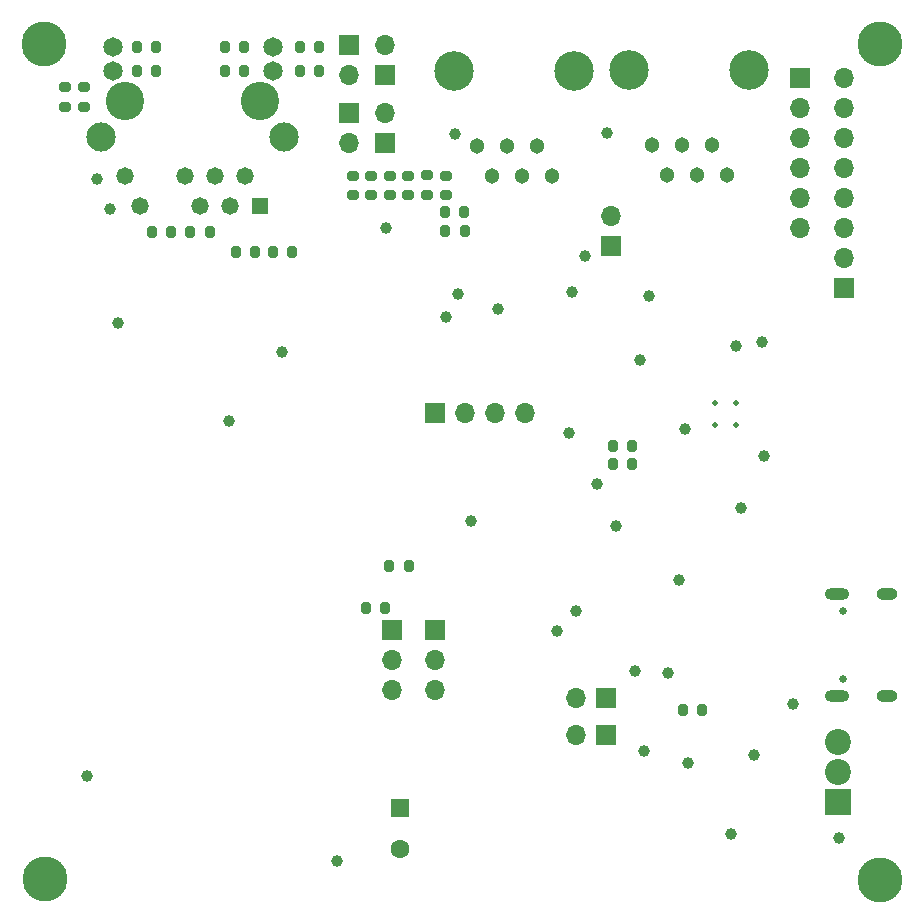
<source format=gbr>
%TF.GenerationSoftware,KiCad,Pcbnew,(6.0.9)*%
%TF.CreationDate,2023-01-10T10:00:19+01:00*%
%TF.ProjectId,P1_shield_board,50315f73-6869-4656-9c64-5f626f617264,V1.0*%
%TF.SameCoordinates,Original*%
%TF.FileFunction,Soldermask,Bot*%
%TF.FilePolarity,Negative*%
%FSLAX46Y46*%
G04 Gerber Fmt 4.6, Leading zero omitted, Abs format (unit mm)*
G04 Created by KiCad (PCBNEW (6.0.9)) date 2023-01-10 10:00:19*
%MOMM*%
%LPD*%
G01*
G04 APERTURE LIST*
G04 Aperture macros list*
%AMRoundRect*
0 Rectangle with rounded corners*
0 $1 Rounding radius*
0 $2 $3 $4 $5 $6 $7 $8 $9 X,Y pos of 4 corners*
0 Add a 4 corners polygon primitive as box body*
4,1,4,$2,$3,$4,$5,$6,$7,$8,$9,$2,$3,0*
0 Add four circle primitives for the rounded corners*
1,1,$1+$1,$2,$3*
1,1,$1+$1,$4,$5*
1,1,$1+$1,$6,$7*
1,1,$1+$1,$8,$9*
0 Add four rect primitives between the rounded corners*
20,1,$1+$1,$2,$3,$4,$5,0*
20,1,$1+$1,$4,$5,$6,$7,0*
20,1,$1+$1,$6,$7,$8,$9,0*
20,1,$1+$1,$8,$9,$2,$3,0*%
G04 Aperture macros list end*
%ADD10R,2.200000X2.200000*%
%ADD11C,2.200000*%
%ADD12R,1.700000X1.700000*%
%ADD13O,1.700000X1.700000*%
%ADD14R,1.600000X1.600000*%
%ADD15C,1.600000*%
%ADD16C,3.800000*%
%ADD17C,0.660400*%
%ADD18O,1.800000X1.000000*%
%ADD19O,2.100000X1.000000*%
%ADD20C,0.500000*%
%ADD21C,3.250000*%
%ADD22R,1.478000X1.478000*%
%ADD23C,1.478000*%
%ADD24C,1.650000*%
%ADD25C,2.475000*%
%ADD26C,3.350000*%
%ADD27C,1.303000*%
%ADD28C,1.000000*%
%ADD29RoundRect,0.200000X0.200000X0.275000X-0.200000X0.275000X-0.200000X-0.275000X0.200000X-0.275000X0*%
%ADD30RoundRect,0.200000X0.275000X-0.200000X0.275000X0.200000X-0.275000X0.200000X-0.275000X-0.200000X0*%
%ADD31RoundRect,0.200000X-0.275000X0.200000X-0.275000X-0.200000X0.275000X-0.200000X0.275000X0.200000X0*%
%ADD32RoundRect,0.200000X-0.200000X-0.275000X0.200000X-0.275000X0.200000X0.275000X-0.200000X0.275000X0*%
G04 APERTURE END LIST*
D10*
%TO.C,J10*%
X128778000Y-88849200D03*
D11*
X128778000Y-86309200D03*
X128778000Y-83769200D03*
%TD*%
D12*
%TO.C,JP8*%
X109072600Y-80086200D03*
D13*
X106532600Y-80086200D03*
%TD*%
D14*
%TO.C,C38*%
X91668600Y-89380949D03*
D15*
X91668600Y-92880949D03*
%TD*%
D12*
%TO.C,J7*%
X125577600Y-27609800D03*
D13*
X125577600Y-30149800D03*
X125577600Y-32689800D03*
X125577600Y-35229800D03*
X125577600Y-37769800D03*
X125577600Y-40309800D03*
%TD*%
D12*
%TO.C,JP7*%
X109072600Y-83235800D03*
D13*
X106532600Y-83235800D03*
%TD*%
D12*
%TO.C,J11*%
X90957400Y-74310000D03*
D13*
X90957400Y-76850000D03*
X90957400Y-79390000D03*
%TD*%
D12*
%TO.C,J12*%
X94665800Y-74310000D03*
D13*
X94665800Y-76850000D03*
X94665800Y-79390000D03*
%TD*%
D16*
%TO.C,H3*%
X61569600Y-24739600D03*
%TD*%
D17*
%TO.C,J2*%
X129211999Y-78480399D03*
X129211999Y-72700401D03*
D18*
X132892000Y-79910402D03*
X132892000Y-71270398D03*
D19*
X128712000Y-79910402D03*
X128712000Y-71270398D03*
%TD*%
D16*
%TO.C,H1*%
X132283200Y-95453200D03*
%TD*%
D20*
%TO.C,U3*%
X118305300Y-55143400D03*
X120142000Y-56972200D03*
X120140300Y-55143400D03*
X118307000Y-56972200D03*
%TD*%
D12*
%TO.C,JP3*%
X90398600Y-27360800D03*
D13*
X90398600Y-24820800D03*
%TD*%
D12*
%TO.C,JP9*%
X109575600Y-41788000D03*
D13*
X109575600Y-39248000D03*
%TD*%
D16*
%TO.C,H2*%
X132283200Y-24739600D03*
%TD*%
D21*
%TO.C,J1*%
X68402200Y-29514800D03*
X79832200Y-29514800D03*
D22*
X79832200Y-38404800D03*
D23*
X78562200Y-35864800D03*
X77292200Y-38404800D03*
X76022200Y-35864800D03*
X74752200Y-38404800D03*
X73482200Y-35864800D03*
X69672200Y-38404800D03*
X68402200Y-35864800D03*
D24*
X80897200Y-26974800D03*
X80897200Y-24944800D03*
X67337200Y-26974800D03*
X67337200Y-24944800D03*
D25*
X81862200Y-32564800D03*
X66372200Y-32564800D03*
%TD*%
D26*
%TO.C,J3*%
X111074200Y-26947000D03*
X121234200Y-26947000D03*
D27*
X119329200Y-35837000D03*
X118059200Y-33297000D03*
X116789200Y-35837000D03*
X115519200Y-33297000D03*
X114249200Y-35837000D03*
X112979200Y-33297000D03*
%TD*%
D12*
%TO.C,JP4*%
X87325200Y-24810800D03*
D13*
X87325200Y-27350800D03*
%TD*%
D12*
%TO.C,JP1*%
X87325200Y-30530800D03*
D13*
X87325200Y-33070800D03*
%TD*%
D12*
%TO.C,JP2*%
X90398600Y-33080800D03*
D13*
X90398600Y-30540800D03*
%TD*%
D26*
%TO.C,J4*%
X106426000Y-26972400D03*
X96266000Y-26972400D03*
D27*
X104521000Y-35862400D03*
X103251000Y-33322400D03*
X101981000Y-35862400D03*
X100711000Y-33322400D03*
X99441000Y-35862400D03*
X98171000Y-33322400D03*
%TD*%
D12*
%TO.C,J6*%
X94650400Y-55930800D03*
D13*
X97190400Y-55930800D03*
X99730400Y-55930800D03*
X102270400Y-55930800D03*
%TD*%
D12*
%TO.C,J5*%
X129260600Y-45364400D03*
D13*
X129260600Y-42824400D03*
X129260600Y-40284400D03*
X129260600Y-37744400D03*
X129260600Y-35204400D03*
X129260600Y-32664400D03*
X129260600Y-30124400D03*
X129260600Y-27584400D03*
%TD*%
D16*
%TO.C,H4*%
X61620400Y-95402400D03*
%TD*%
D28*
%TO.C,TP9*%
X112725200Y-46075600D03*
%TD*%
%TO.C,TP23*%
X112344200Y-84531200D03*
%TD*%
D29*
%TO.C,R6*%
X71056000Y-26974800D03*
X69406000Y-26974800D03*
%TD*%
D30*
%TO.C,R8*%
X63347600Y-30009600D03*
X63347600Y-28359600D03*
%TD*%
D29*
%TO.C,R3*%
X84848200Y-26974800D03*
X83198200Y-26974800D03*
%TD*%
D28*
%TO.C,TP27*%
X77216000Y-56616600D03*
%TD*%
D29*
%TO.C,R9*%
X71056000Y-24942800D03*
X69406000Y-24942800D03*
%TD*%
D28*
%TO.C,TP32*%
X107340400Y-42672000D03*
%TD*%
D30*
%TO.C,R62*%
X93980000Y-37489400D03*
X93980000Y-35839400D03*
%TD*%
D31*
%TO.C,R63*%
X95529400Y-35852600D03*
X95529400Y-37502600D03*
%TD*%
D28*
%TO.C,TP18*%
X105003600Y-74422000D03*
%TD*%
%TO.C,TP25*%
X66040000Y-36169600D03*
%TD*%
D32*
%TO.C,R83*%
X109665000Y-60299600D03*
X111315000Y-60299600D03*
%TD*%
D29*
%TO.C,R52*%
X75550000Y-40600000D03*
X73900000Y-40600000D03*
%TD*%
D28*
%TO.C,TP24*%
X67157600Y-38709600D03*
%TD*%
D32*
%TO.C,R59*%
X95491800Y-40513000D03*
X97141800Y-40513000D03*
%TD*%
D28*
%TO.C,TP35*%
X99974400Y-47167800D03*
%TD*%
%TO.C,TP21*%
X116027200Y-85598000D03*
%TD*%
D32*
%TO.C,R5*%
X76822800Y-24942800D03*
X78472800Y-24942800D03*
%TD*%
D29*
%TO.C,R60*%
X97129600Y-38963600D03*
X95479600Y-38963600D03*
%TD*%
D28*
%TO.C,TP39*%
X120548400Y-63982600D03*
%TD*%
%TO.C,TP11*%
X96596200Y-45897800D03*
%TD*%
%TO.C,TP2*%
X90525600Y-40284400D03*
%TD*%
D31*
%TO.C,R56*%
X92379800Y-35852600D03*
X92379800Y-37502600D03*
%TD*%
D30*
%TO.C,R55*%
X90805000Y-37502600D03*
X90805000Y-35852600D03*
%TD*%
D28*
%TO.C,TP31*%
X109169200Y-32207200D03*
%TD*%
D29*
%TO.C,R81*%
X92417400Y-68935600D03*
X90767400Y-68935600D03*
%TD*%
D30*
%TO.C,R12*%
X89230200Y-37502600D03*
X89230200Y-35852600D03*
%TD*%
D28*
%TO.C,TP17*%
X115265200Y-70129400D03*
%TD*%
%TO.C,TP7*%
X115773200Y-57327800D03*
%TD*%
%TO.C,TP29*%
X96367600Y-32334200D03*
%TD*%
%TO.C,TP12*%
X114376200Y-78003400D03*
%TD*%
%TO.C,TP37*%
X108356400Y-61950600D03*
%TD*%
%TO.C,TP33*%
X106019600Y-57658000D03*
%TD*%
%TO.C,TP41*%
X86309200Y-93903800D03*
%TD*%
%TO.C,TP8*%
X122301000Y-49936400D03*
%TD*%
%TO.C,TP26*%
X67818000Y-48361600D03*
%TD*%
%TO.C,TP5*%
X122478800Y-59563000D03*
%TD*%
%TO.C,TP10*%
X95554800Y-47802800D03*
%TD*%
%TO.C,TP30*%
X106273600Y-45720000D03*
%TD*%
D29*
%TO.C,R4*%
X84848200Y-24942800D03*
X83198200Y-24942800D03*
%TD*%
%TO.C,R54*%
X82565000Y-42310000D03*
X80915000Y-42310000D03*
%TD*%
D32*
%TO.C,R75*%
X109665000Y-58750200D03*
X111315000Y-58750200D03*
%TD*%
D28*
%TO.C,TP6*%
X111963200Y-51460400D03*
%TD*%
%TO.C,TP19*%
X106553000Y-72745600D03*
%TD*%
%TO.C,TP40*%
X109931200Y-65532000D03*
%TD*%
%TO.C,TP36*%
X97663000Y-65125600D03*
%TD*%
%TO.C,TP1*%
X81711800Y-50749200D03*
%TD*%
%TO.C,TP38*%
X121666000Y-84886800D03*
%TD*%
D29*
%TO.C,R76*%
X90410800Y-72466200D03*
X88760800Y-72466200D03*
%TD*%
D28*
%TO.C,TP16*%
X124942600Y-80594200D03*
%TD*%
D32*
%TO.C,R57*%
X77750000Y-42310000D03*
X79400000Y-42310000D03*
%TD*%
D28*
%TO.C,TP15*%
X111556800Y-77774800D03*
%TD*%
%TO.C,TP4*%
X120116600Y-50266600D03*
%TD*%
D30*
%TO.C,R7*%
X64947800Y-30009600D03*
X64947800Y-28359600D03*
%TD*%
D31*
%TO.C,R51*%
X87655400Y-35852600D03*
X87655400Y-37502600D03*
%TD*%
D32*
%TO.C,R53*%
X70675000Y-40600000D03*
X72325000Y-40600000D03*
%TD*%
%TO.C,R2*%
X76822800Y-26974800D03*
X78472800Y-26974800D03*
%TD*%
D28*
%TO.C,TP28*%
X65201800Y-86690200D03*
%TD*%
%TO.C,TP20*%
X128828800Y-91948000D03*
%TD*%
D32*
%TO.C,R82*%
X115608600Y-81127600D03*
X117258600Y-81127600D03*
%TD*%
D28*
%TO.C,TP22*%
X119684800Y-91592400D03*
%TD*%
M02*

</source>
